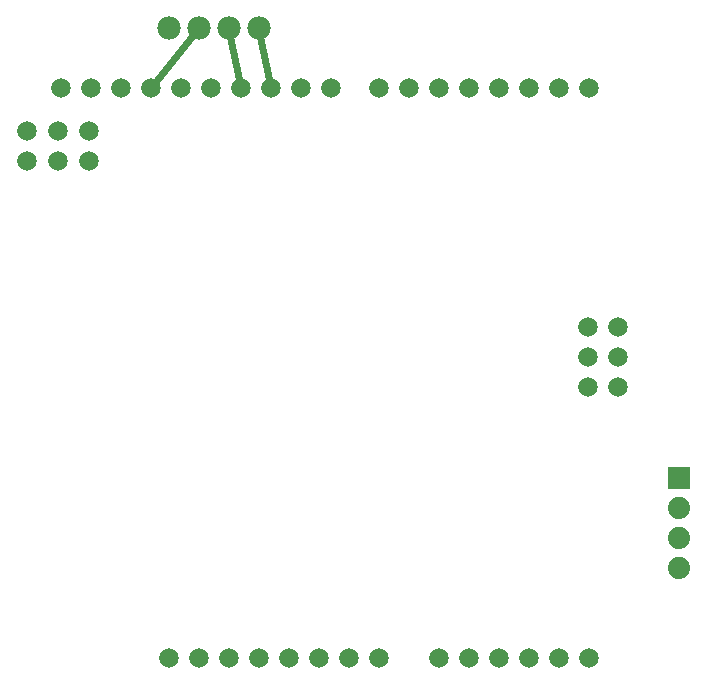
<source format=gtl>
G04 MADE WITH FRITZING*
G04 WWW.FRITZING.ORG*
G04 DOUBLE SIDED*
G04 HOLES PLATED*
G04 CONTOUR ON CENTER OF CONTOUR VECTOR*
%ASAXBY*%
%FSLAX23Y23*%
%MOIN*%
%OFA0B0*%
%SFA1.0B1.0*%
%ADD10C,0.065278*%
%ADD11C,0.078000*%
%ADD12C,0.074000*%
%ADD13R,0.074000X0.074000*%
%ADD14C,0.024000*%
%LNCOPPER1*%
G90*
G70*
G54D10*
X2144Y359D03*
X2244Y359D03*
X2344Y359D03*
X2444Y359D03*
X2544Y359D03*
X1684Y2259D03*
X1584Y2259D03*
X1484Y2259D03*
X1384Y2259D03*
X1284Y2259D03*
X1184Y2259D03*
X1084Y2259D03*
X984Y2259D03*
X884Y2259D03*
X784Y2259D03*
X2544Y2259D03*
X2444Y2259D03*
X2344Y2259D03*
X2244Y2259D03*
X2144Y2259D03*
X2044Y2259D03*
X1944Y2259D03*
X1844Y2259D03*
X1244Y359D03*
X1144Y359D03*
X1344Y359D03*
X1444Y359D03*
X1544Y359D03*
X1644Y359D03*
X1744Y359D03*
X1844Y359D03*
X2044Y359D03*
X2643Y1462D03*
X2543Y1462D03*
X2643Y1363D03*
X2543Y1363D03*
X2643Y1263D03*
X2543Y1263D03*
X775Y2116D03*
X775Y2017D03*
X879Y2116D03*
X879Y2017D03*
X671Y2116D03*
X671Y2017D03*
G54D11*
X1344Y2459D03*
X1444Y2459D03*
X1144Y2459D03*
X1244Y2459D03*
G54D12*
X2844Y959D03*
X2844Y859D03*
X2844Y759D03*
X2844Y659D03*
G54D13*
X2844Y959D03*
G54D14*
X1226Y2436D02*
X1104Y2284D01*
D02*
X1350Y2430D02*
X1378Y2290D01*
D02*
X1450Y2430D02*
X1478Y2290D01*
G04 End of Copper1*
M02*
</source>
